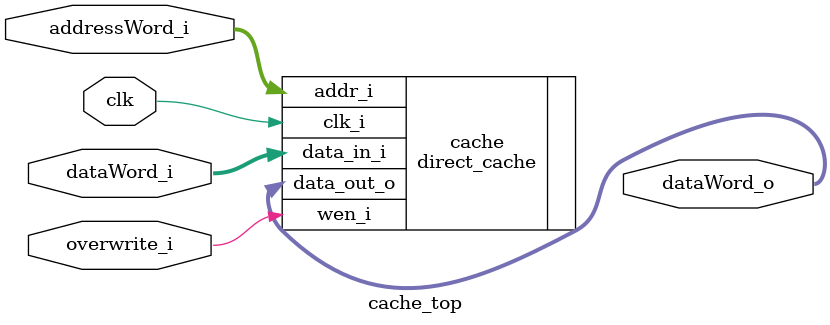
<source format=sv>
module cache_top #(
    parameter DATA_WIDTH = 32
)(
    input logic                                 clk,
    input logic [DATA_WIDTH-1:0]                dataWord_i,
    input logic [DATA_WIDTH-1:0]                addressWord_i,
    input logic                                 overwrite_i,

    output logic [DATA_WIDTH-1:0]               dataWord_o
);

direct_cache cache(
    .clk_i (clk),
    .addr_i (addressWord_i),
    .data_in_i(dataWord_i),
    .wen_i(overwrite_i),

    .data_out_o(dataWord_o)
);

endmodule

</source>
